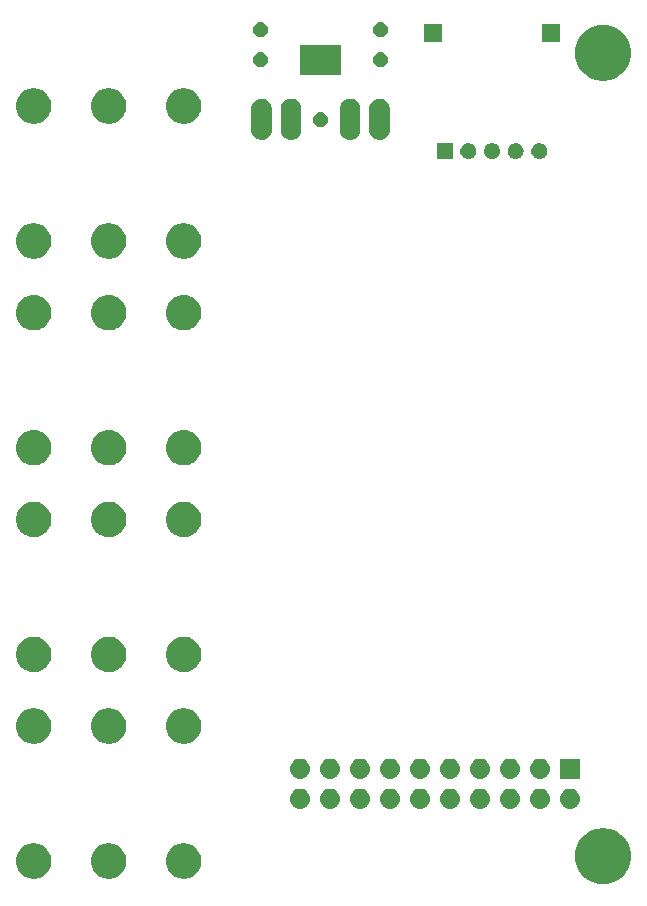
<source format=gbr>
G04 #@! TF.GenerationSoftware,KiCad,Pcbnew,5.0.2-5.fc29*
G04 #@! TF.CreationDate,2021-07-15T17:32:54+02:00*
G04 #@! TF.ProjectId,ZynAudioCon,5a796e41-7564-4696-9f43-6f6e2e6b6963,rev?*
G04 #@! TF.SameCoordinates,Original*
G04 #@! TF.FileFunction,Soldermask,Bot*
G04 #@! TF.FilePolarity,Negative*
%FSLAX46Y46*%
G04 Gerber Fmt 4.6, Leading zero omitted, Abs format (unit mm)*
G04 Created by KiCad (PCBNEW 5.0.2-5.fc29) date jue 15 jul 2021 17:32:54 CEST*
%MOMM*%
%LPD*%
G01*
G04 APERTURE LIST*
%ADD10C,0.100000*%
G04 APERTURE END LIST*
D10*
G36*
X109504959Y-117562577D02*
X109845470Y-117630309D01*
X110273143Y-117807457D01*
X110658038Y-118064636D01*
X110985364Y-118391962D01*
X111242543Y-118776857D01*
X111419691Y-119204530D01*
X111510000Y-119658545D01*
X111510000Y-120121455D01*
X111419691Y-120575470D01*
X111242543Y-121003143D01*
X110985364Y-121388038D01*
X110658038Y-121715364D01*
X110273143Y-121972543D01*
X109845470Y-122149691D01*
X109504959Y-122217423D01*
X109391456Y-122240000D01*
X108928544Y-122240000D01*
X108815041Y-122217423D01*
X108474530Y-122149691D01*
X108046857Y-121972543D01*
X107661962Y-121715364D01*
X107334636Y-121388038D01*
X107077457Y-121003143D01*
X106900309Y-120575470D01*
X106810000Y-120121455D01*
X106810000Y-119658545D01*
X106900309Y-119204530D01*
X107077457Y-118776857D01*
X107334636Y-118391962D01*
X107661962Y-118064636D01*
X108046857Y-117807457D01*
X108474530Y-117630309D01*
X108815041Y-117562577D01*
X108928544Y-117540000D01*
X109391456Y-117540000D01*
X109504959Y-117562577D01*
X109504959Y-117562577D01*
G37*
G36*
X74000935Y-118858429D02*
X74097534Y-118877644D01*
X74370517Y-118990717D01*
X74612920Y-119152687D01*
X74616197Y-119154876D01*
X74825124Y-119363803D01*
X74989284Y-119609485D01*
X75102356Y-119882467D01*
X75160000Y-120172261D01*
X75160000Y-120467739D01*
X75102356Y-120757533D01*
X74989284Y-121030515D01*
X74825124Y-121276197D01*
X74616197Y-121485124D01*
X74616194Y-121485126D01*
X74370517Y-121649283D01*
X74097534Y-121762356D01*
X74000935Y-121781571D01*
X73807739Y-121820000D01*
X73512261Y-121820000D01*
X73319065Y-121781571D01*
X73222466Y-121762356D01*
X72949483Y-121649283D01*
X72703806Y-121485126D01*
X72703803Y-121485124D01*
X72494876Y-121276197D01*
X72330716Y-121030515D01*
X72217644Y-120757533D01*
X72160000Y-120467739D01*
X72160000Y-120172261D01*
X72217644Y-119882467D01*
X72330716Y-119609485D01*
X72494876Y-119363803D01*
X72703803Y-119154876D01*
X72707080Y-119152687D01*
X72949483Y-118990717D01*
X73222466Y-118877644D01*
X73319065Y-118858429D01*
X73512261Y-118820000D01*
X73807739Y-118820000D01*
X74000935Y-118858429D01*
X74000935Y-118858429D01*
G37*
G36*
X61300935Y-118858429D02*
X61397534Y-118877644D01*
X61670517Y-118990717D01*
X61912920Y-119152687D01*
X61916197Y-119154876D01*
X62125124Y-119363803D01*
X62289284Y-119609485D01*
X62402356Y-119882467D01*
X62460000Y-120172261D01*
X62460000Y-120467739D01*
X62402356Y-120757533D01*
X62289284Y-121030515D01*
X62125124Y-121276197D01*
X61916197Y-121485124D01*
X61916194Y-121485126D01*
X61670517Y-121649283D01*
X61397534Y-121762356D01*
X61300935Y-121781571D01*
X61107739Y-121820000D01*
X60812261Y-121820000D01*
X60619065Y-121781571D01*
X60522466Y-121762356D01*
X60249483Y-121649283D01*
X60003806Y-121485126D01*
X60003803Y-121485124D01*
X59794876Y-121276197D01*
X59630716Y-121030515D01*
X59517644Y-120757533D01*
X59460000Y-120467739D01*
X59460000Y-120172261D01*
X59517644Y-119882467D01*
X59630716Y-119609485D01*
X59794876Y-119363803D01*
X60003803Y-119154876D01*
X60007080Y-119152687D01*
X60249483Y-118990717D01*
X60522466Y-118877644D01*
X60619065Y-118858429D01*
X60812261Y-118820000D01*
X61107739Y-118820000D01*
X61300935Y-118858429D01*
X61300935Y-118858429D01*
G37*
G36*
X67650935Y-118858429D02*
X67747534Y-118877644D01*
X68020517Y-118990717D01*
X68262920Y-119152687D01*
X68266197Y-119154876D01*
X68475124Y-119363803D01*
X68639284Y-119609485D01*
X68752356Y-119882467D01*
X68810000Y-120172261D01*
X68810000Y-120467739D01*
X68752356Y-120757533D01*
X68639284Y-121030515D01*
X68475124Y-121276197D01*
X68266197Y-121485124D01*
X68266194Y-121485126D01*
X68020517Y-121649283D01*
X67747534Y-121762356D01*
X67650935Y-121781571D01*
X67457739Y-121820000D01*
X67162261Y-121820000D01*
X66969065Y-121781571D01*
X66872466Y-121762356D01*
X66599483Y-121649283D01*
X66353806Y-121485126D01*
X66353803Y-121485124D01*
X66144876Y-121276197D01*
X65980716Y-121030515D01*
X65867644Y-120757533D01*
X65810000Y-120467739D01*
X65810000Y-120172261D01*
X65867644Y-119882467D01*
X65980716Y-119609485D01*
X66144876Y-119363803D01*
X66353803Y-119154876D01*
X66357080Y-119152687D01*
X66599483Y-118990717D01*
X66872466Y-118877644D01*
X66969065Y-118858429D01*
X67162261Y-118820000D01*
X67457739Y-118820000D01*
X67650935Y-118858429D01*
X67650935Y-118858429D01*
G37*
G36*
X96366630Y-114192299D02*
X96526855Y-114240903D01*
X96674520Y-114319831D01*
X96803949Y-114426051D01*
X96910169Y-114555480D01*
X96989097Y-114703145D01*
X97037701Y-114863370D01*
X97054112Y-115030000D01*
X97037701Y-115196630D01*
X96989097Y-115356855D01*
X96910169Y-115504520D01*
X96803949Y-115633949D01*
X96674520Y-115740169D01*
X96526855Y-115819097D01*
X96366630Y-115867701D01*
X96241752Y-115880000D01*
X96158248Y-115880000D01*
X96033370Y-115867701D01*
X95873145Y-115819097D01*
X95725480Y-115740169D01*
X95596051Y-115633949D01*
X95489831Y-115504520D01*
X95410903Y-115356855D01*
X95362299Y-115196630D01*
X95345888Y-115030000D01*
X95362299Y-114863370D01*
X95410903Y-114703145D01*
X95489831Y-114555480D01*
X95596051Y-114426051D01*
X95725480Y-114319831D01*
X95873145Y-114240903D01*
X96033370Y-114192299D01*
X96158248Y-114180000D01*
X96241752Y-114180000D01*
X96366630Y-114192299D01*
X96366630Y-114192299D01*
G37*
G36*
X106526630Y-114192299D02*
X106686855Y-114240903D01*
X106834520Y-114319831D01*
X106963949Y-114426051D01*
X107070169Y-114555480D01*
X107149097Y-114703145D01*
X107197701Y-114863370D01*
X107214112Y-115030000D01*
X107197701Y-115196630D01*
X107149097Y-115356855D01*
X107070169Y-115504520D01*
X106963949Y-115633949D01*
X106834520Y-115740169D01*
X106686855Y-115819097D01*
X106526630Y-115867701D01*
X106401752Y-115880000D01*
X106318248Y-115880000D01*
X106193370Y-115867701D01*
X106033145Y-115819097D01*
X105885480Y-115740169D01*
X105756051Y-115633949D01*
X105649831Y-115504520D01*
X105570903Y-115356855D01*
X105522299Y-115196630D01*
X105505888Y-115030000D01*
X105522299Y-114863370D01*
X105570903Y-114703145D01*
X105649831Y-114555480D01*
X105756051Y-114426051D01*
X105885480Y-114319831D01*
X106033145Y-114240903D01*
X106193370Y-114192299D01*
X106318248Y-114180000D01*
X106401752Y-114180000D01*
X106526630Y-114192299D01*
X106526630Y-114192299D01*
G37*
G36*
X83666630Y-114192299D02*
X83826855Y-114240903D01*
X83974520Y-114319831D01*
X84103949Y-114426051D01*
X84210169Y-114555480D01*
X84289097Y-114703145D01*
X84337701Y-114863370D01*
X84354112Y-115030000D01*
X84337701Y-115196630D01*
X84289097Y-115356855D01*
X84210169Y-115504520D01*
X84103949Y-115633949D01*
X83974520Y-115740169D01*
X83826855Y-115819097D01*
X83666630Y-115867701D01*
X83541752Y-115880000D01*
X83458248Y-115880000D01*
X83333370Y-115867701D01*
X83173145Y-115819097D01*
X83025480Y-115740169D01*
X82896051Y-115633949D01*
X82789831Y-115504520D01*
X82710903Y-115356855D01*
X82662299Y-115196630D01*
X82645888Y-115030000D01*
X82662299Y-114863370D01*
X82710903Y-114703145D01*
X82789831Y-114555480D01*
X82896051Y-114426051D01*
X83025480Y-114319831D01*
X83173145Y-114240903D01*
X83333370Y-114192299D01*
X83458248Y-114180000D01*
X83541752Y-114180000D01*
X83666630Y-114192299D01*
X83666630Y-114192299D01*
G37*
G36*
X101446630Y-114192299D02*
X101606855Y-114240903D01*
X101754520Y-114319831D01*
X101883949Y-114426051D01*
X101990169Y-114555480D01*
X102069097Y-114703145D01*
X102117701Y-114863370D01*
X102134112Y-115030000D01*
X102117701Y-115196630D01*
X102069097Y-115356855D01*
X101990169Y-115504520D01*
X101883949Y-115633949D01*
X101754520Y-115740169D01*
X101606855Y-115819097D01*
X101446630Y-115867701D01*
X101321752Y-115880000D01*
X101238248Y-115880000D01*
X101113370Y-115867701D01*
X100953145Y-115819097D01*
X100805480Y-115740169D01*
X100676051Y-115633949D01*
X100569831Y-115504520D01*
X100490903Y-115356855D01*
X100442299Y-115196630D01*
X100425888Y-115030000D01*
X100442299Y-114863370D01*
X100490903Y-114703145D01*
X100569831Y-114555480D01*
X100676051Y-114426051D01*
X100805480Y-114319831D01*
X100953145Y-114240903D01*
X101113370Y-114192299D01*
X101238248Y-114180000D01*
X101321752Y-114180000D01*
X101446630Y-114192299D01*
X101446630Y-114192299D01*
G37*
G36*
X103986630Y-114192299D02*
X104146855Y-114240903D01*
X104294520Y-114319831D01*
X104423949Y-114426051D01*
X104530169Y-114555480D01*
X104609097Y-114703145D01*
X104657701Y-114863370D01*
X104674112Y-115030000D01*
X104657701Y-115196630D01*
X104609097Y-115356855D01*
X104530169Y-115504520D01*
X104423949Y-115633949D01*
X104294520Y-115740169D01*
X104146855Y-115819097D01*
X103986630Y-115867701D01*
X103861752Y-115880000D01*
X103778248Y-115880000D01*
X103653370Y-115867701D01*
X103493145Y-115819097D01*
X103345480Y-115740169D01*
X103216051Y-115633949D01*
X103109831Y-115504520D01*
X103030903Y-115356855D01*
X102982299Y-115196630D01*
X102965888Y-115030000D01*
X102982299Y-114863370D01*
X103030903Y-114703145D01*
X103109831Y-114555480D01*
X103216051Y-114426051D01*
X103345480Y-114319831D01*
X103493145Y-114240903D01*
X103653370Y-114192299D01*
X103778248Y-114180000D01*
X103861752Y-114180000D01*
X103986630Y-114192299D01*
X103986630Y-114192299D01*
G37*
G36*
X98906630Y-114192299D02*
X99066855Y-114240903D01*
X99214520Y-114319831D01*
X99343949Y-114426051D01*
X99450169Y-114555480D01*
X99529097Y-114703145D01*
X99577701Y-114863370D01*
X99594112Y-115030000D01*
X99577701Y-115196630D01*
X99529097Y-115356855D01*
X99450169Y-115504520D01*
X99343949Y-115633949D01*
X99214520Y-115740169D01*
X99066855Y-115819097D01*
X98906630Y-115867701D01*
X98781752Y-115880000D01*
X98698248Y-115880000D01*
X98573370Y-115867701D01*
X98413145Y-115819097D01*
X98265480Y-115740169D01*
X98136051Y-115633949D01*
X98029831Y-115504520D01*
X97950903Y-115356855D01*
X97902299Y-115196630D01*
X97885888Y-115030000D01*
X97902299Y-114863370D01*
X97950903Y-114703145D01*
X98029831Y-114555480D01*
X98136051Y-114426051D01*
X98265480Y-114319831D01*
X98413145Y-114240903D01*
X98573370Y-114192299D01*
X98698248Y-114180000D01*
X98781752Y-114180000D01*
X98906630Y-114192299D01*
X98906630Y-114192299D01*
G37*
G36*
X93826630Y-114192299D02*
X93986855Y-114240903D01*
X94134520Y-114319831D01*
X94263949Y-114426051D01*
X94370169Y-114555480D01*
X94449097Y-114703145D01*
X94497701Y-114863370D01*
X94514112Y-115030000D01*
X94497701Y-115196630D01*
X94449097Y-115356855D01*
X94370169Y-115504520D01*
X94263949Y-115633949D01*
X94134520Y-115740169D01*
X93986855Y-115819097D01*
X93826630Y-115867701D01*
X93701752Y-115880000D01*
X93618248Y-115880000D01*
X93493370Y-115867701D01*
X93333145Y-115819097D01*
X93185480Y-115740169D01*
X93056051Y-115633949D01*
X92949831Y-115504520D01*
X92870903Y-115356855D01*
X92822299Y-115196630D01*
X92805888Y-115030000D01*
X92822299Y-114863370D01*
X92870903Y-114703145D01*
X92949831Y-114555480D01*
X93056051Y-114426051D01*
X93185480Y-114319831D01*
X93333145Y-114240903D01*
X93493370Y-114192299D01*
X93618248Y-114180000D01*
X93701752Y-114180000D01*
X93826630Y-114192299D01*
X93826630Y-114192299D01*
G37*
G36*
X86206630Y-114192299D02*
X86366855Y-114240903D01*
X86514520Y-114319831D01*
X86643949Y-114426051D01*
X86750169Y-114555480D01*
X86829097Y-114703145D01*
X86877701Y-114863370D01*
X86894112Y-115030000D01*
X86877701Y-115196630D01*
X86829097Y-115356855D01*
X86750169Y-115504520D01*
X86643949Y-115633949D01*
X86514520Y-115740169D01*
X86366855Y-115819097D01*
X86206630Y-115867701D01*
X86081752Y-115880000D01*
X85998248Y-115880000D01*
X85873370Y-115867701D01*
X85713145Y-115819097D01*
X85565480Y-115740169D01*
X85436051Y-115633949D01*
X85329831Y-115504520D01*
X85250903Y-115356855D01*
X85202299Y-115196630D01*
X85185888Y-115030000D01*
X85202299Y-114863370D01*
X85250903Y-114703145D01*
X85329831Y-114555480D01*
X85436051Y-114426051D01*
X85565480Y-114319831D01*
X85713145Y-114240903D01*
X85873370Y-114192299D01*
X85998248Y-114180000D01*
X86081752Y-114180000D01*
X86206630Y-114192299D01*
X86206630Y-114192299D01*
G37*
G36*
X91286630Y-114192299D02*
X91446855Y-114240903D01*
X91594520Y-114319831D01*
X91723949Y-114426051D01*
X91830169Y-114555480D01*
X91909097Y-114703145D01*
X91957701Y-114863370D01*
X91974112Y-115030000D01*
X91957701Y-115196630D01*
X91909097Y-115356855D01*
X91830169Y-115504520D01*
X91723949Y-115633949D01*
X91594520Y-115740169D01*
X91446855Y-115819097D01*
X91286630Y-115867701D01*
X91161752Y-115880000D01*
X91078248Y-115880000D01*
X90953370Y-115867701D01*
X90793145Y-115819097D01*
X90645480Y-115740169D01*
X90516051Y-115633949D01*
X90409831Y-115504520D01*
X90330903Y-115356855D01*
X90282299Y-115196630D01*
X90265888Y-115030000D01*
X90282299Y-114863370D01*
X90330903Y-114703145D01*
X90409831Y-114555480D01*
X90516051Y-114426051D01*
X90645480Y-114319831D01*
X90793145Y-114240903D01*
X90953370Y-114192299D01*
X91078248Y-114180000D01*
X91161752Y-114180000D01*
X91286630Y-114192299D01*
X91286630Y-114192299D01*
G37*
G36*
X88746630Y-114192299D02*
X88906855Y-114240903D01*
X89054520Y-114319831D01*
X89183949Y-114426051D01*
X89290169Y-114555480D01*
X89369097Y-114703145D01*
X89417701Y-114863370D01*
X89434112Y-115030000D01*
X89417701Y-115196630D01*
X89369097Y-115356855D01*
X89290169Y-115504520D01*
X89183949Y-115633949D01*
X89054520Y-115740169D01*
X88906855Y-115819097D01*
X88746630Y-115867701D01*
X88621752Y-115880000D01*
X88538248Y-115880000D01*
X88413370Y-115867701D01*
X88253145Y-115819097D01*
X88105480Y-115740169D01*
X87976051Y-115633949D01*
X87869831Y-115504520D01*
X87790903Y-115356855D01*
X87742299Y-115196630D01*
X87725888Y-115030000D01*
X87742299Y-114863370D01*
X87790903Y-114703145D01*
X87869831Y-114555480D01*
X87976051Y-114426051D01*
X88105480Y-114319831D01*
X88253145Y-114240903D01*
X88413370Y-114192299D01*
X88538248Y-114180000D01*
X88621752Y-114180000D01*
X88746630Y-114192299D01*
X88746630Y-114192299D01*
G37*
G36*
X98906630Y-111652299D02*
X99066855Y-111700903D01*
X99214520Y-111779831D01*
X99343949Y-111886051D01*
X99450169Y-112015480D01*
X99529097Y-112163145D01*
X99577701Y-112323370D01*
X99594112Y-112490000D01*
X99577701Y-112656630D01*
X99529097Y-112816855D01*
X99450169Y-112964520D01*
X99343949Y-113093949D01*
X99214520Y-113200169D01*
X99066855Y-113279097D01*
X98906630Y-113327701D01*
X98781752Y-113340000D01*
X98698248Y-113340000D01*
X98573370Y-113327701D01*
X98413145Y-113279097D01*
X98265480Y-113200169D01*
X98136051Y-113093949D01*
X98029831Y-112964520D01*
X97950903Y-112816855D01*
X97902299Y-112656630D01*
X97885888Y-112490000D01*
X97902299Y-112323370D01*
X97950903Y-112163145D01*
X98029831Y-112015480D01*
X98136051Y-111886051D01*
X98265480Y-111779831D01*
X98413145Y-111700903D01*
X98573370Y-111652299D01*
X98698248Y-111640000D01*
X98781752Y-111640000D01*
X98906630Y-111652299D01*
X98906630Y-111652299D01*
G37*
G36*
X91286630Y-111652299D02*
X91446855Y-111700903D01*
X91594520Y-111779831D01*
X91723949Y-111886051D01*
X91830169Y-112015480D01*
X91909097Y-112163145D01*
X91957701Y-112323370D01*
X91974112Y-112490000D01*
X91957701Y-112656630D01*
X91909097Y-112816855D01*
X91830169Y-112964520D01*
X91723949Y-113093949D01*
X91594520Y-113200169D01*
X91446855Y-113279097D01*
X91286630Y-113327701D01*
X91161752Y-113340000D01*
X91078248Y-113340000D01*
X90953370Y-113327701D01*
X90793145Y-113279097D01*
X90645480Y-113200169D01*
X90516051Y-113093949D01*
X90409831Y-112964520D01*
X90330903Y-112816855D01*
X90282299Y-112656630D01*
X90265888Y-112490000D01*
X90282299Y-112323370D01*
X90330903Y-112163145D01*
X90409831Y-112015480D01*
X90516051Y-111886051D01*
X90645480Y-111779831D01*
X90793145Y-111700903D01*
X90953370Y-111652299D01*
X91078248Y-111640000D01*
X91161752Y-111640000D01*
X91286630Y-111652299D01*
X91286630Y-111652299D01*
G37*
G36*
X88746630Y-111652299D02*
X88906855Y-111700903D01*
X89054520Y-111779831D01*
X89183949Y-111886051D01*
X89290169Y-112015480D01*
X89369097Y-112163145D01*
X89417701Y-112323370D01*
X89434112Y-112490000D01*
X89417701Y-112656630D01*
X89369097Y-112816855D01*
X89290169Y-112964520D01*
X89183949Y-113093949D01*
X89054520Y-113200169D01*
X88906855Y-113279097D01*
X88746630Y-113327701D01*
X88621752Y-113340000D01*
X88538248Y-113340000D01*
X88413370Y-113327701D01*
X88253145Y-113279097D01*
X88105480Y-113200169D01*
X87976051Y-113093949D01*
X87869831Y-112964520D01*
X87790903Y-112816855D01*
X87742299Y-112656630D01*
X87725888Y-112490000D01*
X87742299Y-112323370D01*
X87790903Y-112163145D01*
X87869831Y-112015480D01*
X87976051Y-111886051D01*
X88105480Y-111779831D01*
X88253145Y-111700903D01*
X88413370Y-111652299D01*
X88538248Y-111640000D01*
X88621752Y-111640000D01*
X88746630Y-111652299D01*
X88746630Y-111652299D01*
G37*
G36*
X93826630Y-111652299D02*
X93986855Y-111700903D01*
X94134520Y-111779831D01*
X94263949Y-111886051D01*
X94370169Y-112015480D01*
X94449097Y-112163145D01*
X94497701Y-112323370D01*
X94514112Y-112490000D01*
X94497701Y-112656630D01*
X94449097Y-112816855D01*
X94370169Y-112964520D01*
X94263949Y-113093949D01*
X94134520Y-113200169D01*
X93986855Y-113279097D01*
X93826630Y-113327701D01*
X93701752Y-113340000D01*
X93618248Y-113340000D01*
X93493370Y-113327701D01*
X93333145Y-113279097D01*
X93185480Y-113200169D01*
X93056051Y-113093949D01*
X92949831Y-112964520D01*
X92870903Y-112816855D01*
X92822299Y-112656630D01*
X92805888Y-112490000D01*
X92822299Y-112323370D01*
X92870903Y-112163145D01*
X92949831Y-112015480D01*
X93056051Y-111886051D01*
X93185480Y-111779831D01*
X93333145Y-111700903D01*
X93493370Y-111652299D01*
X93618248Y-111640000D01*
X93701752Y-111640000D01*
X93826630Y-111652299D01*
X93826630Y-111652299D01*
G37*
G36*
X83666630Y-111652299D02*
X83826855Y-111700903D01*
X83974520Y-111779831D01*
X84103949Y-111886051D01*
X84210169Y-112015480D01*
X84289097Y-112163145D01*
X84337701Y-112323370D01*
X84354112Y-112490000D01*
X84337701Y-112656630D01*
X84289097Y-112816855D01*
X84210169Y-112964520D01*
X84103949Y-113093949D01*
X83974520Y-113200169D01*
X83826855Y-113279097D01*
X83666630Y-113327701D01*
X83541752Y-113340000D01*
X83458248Y-113340000D01*
X83333370Y-113327701D01*
X83173145Y-113279097D01*
X83025480Y-113200169D01*
X82896051Y-113093949D01*
X82789831Y-112964520D01*
X82710903Y-112816855D01*
X82662299Y-112656630D01*
X82645888Y-112490000D01*
X82662299Y-112323370D01*
X82710903Y-112163145D01*
X82789831Y-112015480D01*
X82896051Y-111886051D01*
X83025480Y-111779831D01*
X83173145Y-111700903D01*
X83333370Y-111652299D01*
X83458248Y-111640000D01*
X83541752Y-111640000D01*
X83666630Y-111652299D01*
X83666630Y-111652299D01*
G37*
G36*
X107210000Y-113340000D02*
X105510000Y-113340000D01*
X105510000Y-111640000D01*
X107210000Y-111640000D01*
X107210000Y-113340000D01*
X107210000Y-113340000D01*
G37*
G36*
X96366630Y-111652299D02*
X96526855Y-111700903D01*
X96674520Y-111779831D01*
X96803949Y-111886051D01*
X96910169Y-112015480D01*
X96989097Y-112163145D01*
X97037701Y-112323370D01*
X97054112Y-112490000D01*
X97037701Y-112656630D01*
X96989097Y-112816855D01*
X96910169Y-112964520D01*
X96803949Y-113093949D01*
X96674520Y-113200169D01*
X96526855Y-113279097D01*
X96366630Y-113327701D01*
X96241752Y-113340000D01*
X96158248Y-113340000D01*
X96033370Y-113327701D01*
X95873145Y-113279097D01*
X95725480Y-113200169D01*
X95596051Y-113093949D01*
X95489831Y-112964520D01*
X95410903Y-112816855D01*
X95362299Y-112656630D01*
X95345888Y-112490000D01*
X95362299Y-112323370D01*
X95410903Y-112163145D01*
X95489831Y-112015480D01*
X95596051Y-111886051D01*
X95725480Y-111779831D01*
X95873145Y-111700903D01*
X96033370Y-111652299D01*
X96158248Y-111640000D01*
X96241752Y-111640000D01*
X96366630Y-111652299D01*
X96366630Y-111652299D01*
G37*
G36*
X103986630Y-111652299D02*
X104146855Y-111700903D01*
X104294520Y-111779831D01*
X104423949Y-111886051D01*
X104530169Y-112015480D01*
X104609097Y-112163145D01*
X104657701Y-112323370D01*
X104674112Y-112490000D01*
X104657701Y-112656630D01*
X104609097Y-112816855D01*
X104530169Y-112964520D01*
X104423949Y-113093949D01*
X104294520Y-113200169D01*
X104146855Y-113279097D01*
X103986630Y-113327701D01*
X103861752Y-113340000D01*
X103778248Y-113340000D01*
X103653370Y-113327701D01*
X103493145Y-113279097D01*
X103345480Y-113200169D01*
X103216051Y-113093949D01*
X103109831Y-112964520D01*
X103030903Y-112816855D01*
X102982299Y-112656630D01*
X102965888Y-112490000D01*
X102982299Y-112323370D01*
X103030903Y-112163145D01*
X103109831Y-112015480D01*
X103216051Y-111886051D01*
X103345480Y-111779831D01*
X103493145Y-111700903D01*
X103653370Y-111652299D01*
X103778248Y-111640000D01*
X103861752Y-111640000D01*
X103986630Y-111652299D01*
X103986630Y-111652299D01*
G37*
G36*
X86206630Y-111652299D02*
X86366855Y-111700903D01*
X86514520Y-111779831D01*
X86643949Y-111886051D01*
X86750169Y-112015480D01*
X86829097Y-112163145D01*
X86877701Y-112323370D01*
X86894112Y-112490000D01*
X86877701Y-112656630D01*
X86829097Y-112816855D01*
X86750169Y-112964520D01*
X86643949Y-113093949D01*
X86514520Y-113200169D01*
X86366855Y-113279097D01*
X86206630Y-113327701D01*
X86081752Y-113340000D01*
X85998248Y-113340000D01*
X85873370Y-113327701D01*
X85713145Y-113279097D01*
X85565480Y-113200169D01*
X85436051Y-113093949D01*
X85329831Y-112964520D01*
X85250903Y-112816855D01*
X85202299Y-112656630D01*
X85185888Y-112490000D01*
X85202299Y-112323370D01*
X85250903Y-112163145D01*
X85329831Y-112015480D01*
X85436051Y-111886051D01*
X85565480Y-111779831D01*
X85713145Y-111700903D01*
X85873370Y-111652299D01*
X85998248Y-111640000D01*
X86081752Y-111640000D01*
X86206630Y-111652299D01*
X86206630Y-111652299D01*
G37*
G36*
X101446630Y-111652299D02*
X101606855Y-111700903D01*
X101754520Y-111779831D01*
X101883949Y-111886051D01*
X101990169Y-112015480D01*
X102069097Y-112163145D01*
X102117701Y-112323370D01*
X102134112Y-112490000D01*
X102117701Y-112656630D01*
X102069097Y-112816855D01*
X101990169Y-112964520D01*
X101883949Y-113093949D01*
X101754520Y-113200169D01*
X101606855Y-113279097D01*
X101446630Y-113327701D01*
X101321752Y-113340000D01*
X101238248Y-113340000D01*
X101113370Y-113327701D01*
X100953145Y-113279097D01*
X100805480Y-113200169D01*
X100676051Y-113093949D01*
X100569831Y-112964520D01*
X100490903Y-112816855D01*
X100442299Y-112656630D01*
X100425888Y-112490000D01*
X100442299Y-112323370D01*
X100490903Y-112163145D01*
X100569831Y-112015480D01*
X100676051Y-111886051D01*
X100805480Y-111779831D01*
X100953145Y-111700903D01*
X101113370Y-111652299D01*
X101238248Y-111640000D01*
X101321752Y-111640000D01*
X101446630Y-111652299D01*
X101446630Y-111652299D01*
G37*
G36*
X74000935Y-107428429D02*
X74097534Y-107447644D01*
X74370517Y-107560717D01*
X74612920Y-107722687D01*
X74616197Y-107724876D01*
X74825124Y-107933803D01*
X74989284Y-108179485D01*
X75102356Y-108452467D01*
X75160000Y-108742261D01*
X75160000Y-109037739D01*
X75102356Y-109327533D01*
X74989284Y-109600515D01*
X74825124Y-109846197D01*
X74616197Y-110055124D01*
X74616194Y-110055126D01*
X74370517Y-110219283D01*
X74097534Y-110332356D01*
X74000935Y-110351571D01*
X73807739Y-110390000D01*
X73512261Y-110390000D01*
X73319065Y-110351571D01*
X73222466Y-110332356D01*
X72949483Y-110219283D01*
X72703806Y-110055126D01*
X72703803Y-110055124D01*
X72494876Y-109846197D01*
X72330716Y-109600515D01*
X72217644Y-109327533D01*
X72160000Y-109037739D01*
X72160000Y-108742261D01*
X72217644Y-108452467D01*
X72330716Y-108179485D01*
X72494876Y-107933803D01*
X72703803Y-107724876D01*
X72707080Y-107722687D01*
X72949483Y-107560717D01*
X73222466Y-107447644D01*
X73319065Y-107428429D01*
X73512261Y-107390000D01*
X73807739Y-107390000D01*
X74000935Y-107428429D01*
X74000935Y-107428429D01*
G37*
G36*
X67650935Y-107428429D02*
X67747534Y-107447644D01*
X68020517Y-107560717D01*
X68262920Y-107722687D01*
X68266197Y-107724876D01*
X68475124Y-107933803D01*
X68639284Y-108179485D01*
X68752356Y-108452467D01*
X68810000Y-108742261D01*
X68810000Y-109037739D01*
X68752356Y-109327533D01*
X68639284Y-109600515D01*
X68475124Y-109846197D01*
X68266197Y-110055124D01*
X68266194Y-110055126D01*
X68020517Y-110219283D01*
X67747534Y-110332356D01*
X67650935Y-110351571D01*
X67457739Y-110390000D01*
X67162261Y-110390000D01*
X66969065Y-110351571D01*
X66872466Y-110332356D01*
X66599483Y-110219283D01*
X66353806Y-110055126D01*
X66353803Y-110055124D01*
X66144876Y-109846197D01*
X65980716Y-109600515D01*
X65867644Y-109327533D01*
X65810000Y-109037739D01*
X65810000Y-108742261D01*
X65867644Y-108452467D01*
X65980716Y-108179485D01*
X66144876Y-107933803D01*
X66353803Y-107724876D01*
X66357080Y-107722687D01*
X66599483Y-107560717D01*
X66872466Y-107447644D01*
X66969065Y-107428429D01*
X67162261Y-107390000D01*
X67457739Y-107390000D01*
X67650935Y-107428429D01*
X67650935Y-107428429D01*
G37*
G36*
X61300935Y-107428429D02*
X61397534Y-107447644D01*
X61670517Y-107560717D01*
X61912920Y-107722687D01*
X61916197Y-107724876D01*
X62125124Y-107933803D01*
X62289284Y-108179485D01*
X62402356Y-108452467D01*
X62460000Y-108742261D01*
X62460000Y-109037739D01*
X62402356Y-109327533D01*
X62289284Y-109600515D01*
X62125124Y-109846197D01*
X61916197Y-110055124D01*
X61916194Y-110055126D01*
X61670517Y-110219283D01*
X61397534Y-110332356D01*
X61300935Y-110351571D01*
X61107739Y-110390000D01*
X60812261Y-110390000D01*
X60619065Y-110351571D01*
X60522466Y-110332356D01*
X60249483Y-110219283D01*
X60003806Y-110055126D01*
X60003803Y-110055124D01*
X59794876Y-109846197D01*
X59630716Y-109600515D01*
X59517644Y-109327533D01*
X59460000Y-109037739D01*
X59460000Y-108742261D01*
X59517644Y-108452467D01*
X59630716Y-108179485D01*
X59794876Y-107933803D01*
X60003803Y-107724876D01*
X60007080Y-107722687D01*
X60249483Y-107560717D01*
X60522466Y-107447644D01*
X60619065Y-107428429D01*
X60812261Y-107390000D01*
X61107739Y-107390000D01*
X61300935Y-107428429D01*
X61300935Y-107428429D01*
G37*
G36*
X74000935Y-101358429D02*
X74097534Y-101377644D01*
X74370517Y-101490717D01*
X74612920Y-101652687D01*
X74616197Y-101654876D01*
X74825124Y-101863803D01*
X74989284Y-102109485D01*
X75102356Y-102382467D01*
X75160000Y-102672261D01*
X75160000Y-102967739D01*
X75102356Y-103257533D01*
X74989284Y-103530515D01*
X74825124Y-103776197D01*
X74616197Y-103985124D01*
X74616194Y-103985126D01*
X74370517Y-104149283D01*
X74097534Y-104262356D01*
X74000935Y-104281571D01*
X73807739Y-104320000D01*
X73512261Y-104320000D01*
X73319065Y-104281571D01*
X73222466Y-104262356D01*
X72949483Y-104149283D01*
X72703806Y-103985126D01*
X72703803Y-103985124D01*
X72494876Y-103776197D01*
X72330716Y-103530515D01*
X72217644Y-103257533D01*
X72160000Y-102967739D01*
X72160000Y-102672261D01*
X72217644Y-102382467D01*
X72330716Y-102109485D01*
X72494876Y-101863803D01*
X72703803Y-101654876D01*
X72707080Y-101652687D01*
X72949483Y-101490717D01*
X73222466Y-101377644D01*
X73319065Y-101358429D01*
X73512261Y-101320000D01*
X73807739Y-101320000D01*
X74000935Y-101358429D01*
X74000935Y-101358429D01*
G37*
G36*
X67650935Y-101358429D02*
X67747534Y-101377644D01*
X68020517Y-101490717D01*
X68262920Y-101652687D01*
X68266197Y-101654876D01*
X68475124Y-101863803D01*
X68639284Y-102109485D01*
X68752356Y-102382467D01*
X68810000Y-102672261D01*
X68810000Y-102967739D01*
X68752356Y-103257533D01*
X68639284Y-103530515D01*
X68475124Y-103776197D01*
X68266197Y-103985124D01*
X68266194Y-103985126D01*
X68020517Y-104149283D01*
X67747534Y-104262356D01*
X67650935Y-104281571D01*
X67457739Y-104320000D01*
X67162261Y-104320000D01*
X66969065Y-104281571D01*
X66872466Y-104262356D01*
X66599483Y-104149283D01*
X66353806Y-103985126D01*
X66353803Y-103985124D01*
X66144876Y-103776197D01*
X65980716Y-103530515D01*
X65867644Y-103257533D01*
X65810000Y-102967739D01*
X65810000Y-102672261D01*
X65867644Y-102382467D01*
X65980716Y-102109485D01*
X66144876Y-101863803D01*
X66353803Y-101654876D01*
X66357080Y-101652687D01*
X66599483Y-101490717D01*
X66872466Y-101377644D01*
X66969065Y-101358429D01*
X67162261Y-101320000D01*
X67457739Y-101320000D01*
X67650935Y-101358429D01*
X67650935Y-101358429D01*
G37*
G36*
X61300935Y-101358429D02*
X61397534Y-101377644D01*
X61670517Y-101490717D01*
X61912920Y-101652687D01*
X61916197Y-101654876D01*
X62125124Y-101863803D01*
X62289284Y-102109485D01*
X62402356Y-102382467D01*
X62460000Y-102672261D01*
X62460000Y-102967739D01*
X62402356Y-103257533D01*
X62289284Y-103530515D01*
X62125124Y-103776197D01*
X61916197Y-103985124D01*
X61916194Y-103985126D01*
X61670517Y-104149283D01*
X61397534Y-104262356D01*
X61300935Y-104281571D01*
X61107739Y-104320000D01*
X60812261Y-104320000D01*
X60619065Y-104281571D01*
X60522466Y-104262356D01*
X60249483Y-104149283D01*
X60003806Y-103985126D01*
X60003803Y-103985124D01*
X59794876Y-103776197D01*
X59630716Y-103530515D01*
X59517644Y-103257533D01*
X59460000Y-102967739D01*
X59460000Y-102672261D01*
X59517644Y-102382467D01*
X59630716Y-102109485D01*
X59794876Y-101863803D01*
X60003803Y-101654876D01*
X60007080Y-101652687D01*
X60249483Y-101490717D01*
X60522466Y-101377644D01*
X60619065Y-101358429D01*
X60812261Y-101320000D01*
X61107739Y-101320000D01*
X61300935Y-101358429D01*
X61300935Y-101358429D01*
G37*
G36*
X61300935Y-89928429D02*
X61397534Y-89947644D01*
X61670517Y-90060717D01*
X61912920Y-90222687D01*
X61916197Y-90224876D01*
X62125124Y-90433803D01*
X62289284Y-90679485D01*
X62402356Y-90952467D01*
X62460000Y-91242261D01*
X62460000Y-91537739D01*
X62402356Y-91827533D01*
X62289284Y-92100515D01*
X62125124Y-92346197D01*
X61916197Y-92555124D01*
X61916194Y-92555126D01*
X61670517Y-92719283D01*
X61397534Y-92832356D01*
X61300935Y-92851571D01*
X61107739Y-92890000D01*
X60812261Y-92890000D01*
X60619065Y-92851571D01*
X60522466Y-92832356D01*
X60249483Y-92719283D01*
X60003806Y-92555126D01*
X60003803Y-92555124D01*
X59794876Y-92346197D01*
X59630716Y-92100515D01*
X59517644Y-91827533D01*
X59460000Y-91537739D01*
X59460000Y-91242261D01*
X59517644Y-90952467D01*
X59630716Y-90679485D01*
X59794876Y-90433803D01*
X60003803Y-90224876D01*
X60007080Y-90222687D01*
X60249483Y-90060717D01*
X60522466Y-89947644D01*
X60619065Y-89928429D01*
X60812261Y-89890000D01*
X61107739Y-89890000D01*
X61300935Y-89928429D01*
X61300935Y-89928429D01*
G37*
G36*
X67650935Y-89928429D02*
X67747534Y-89947644D01*
X68020517Y-90060717D01*
X68262920Y-90222687D01*
X68266197Y-90224876D01*
X68475124Y-90433803D01*
X68639284Y-90679485D01*
X68752356Y-90952467D01*
X68810000Y-91242261D01*
X68810000Y-91537739D01*
X68752356Y-91827533D01*
X68639284Y-92100515D01*
X68475124Y-92346197D01*
X68266197Y-92555124D01*
X68266194Y-92555126D01*
X68020517Y-92719283D01*
X67747534Y-92832356D01*
X67650935Y-92851571D01*
X67457739Y-92890000D01*
X67162261Y-92890000D01*
X66969065Y-92851571D01*
X66872466Y-92832356D01*
X66599483Y-92719283D01*
X66353806Y-92555126D01*
X66353803Y-92555124D01*
X66144876Y-92346197D01*
X65980716Y-92100515D01*
X65867644Y-91827533D01*
X65810000Y-91537739D01*
X65810000Y-91242261D01*
X65867644Y-90952467D01*
X65980716Y-90679485D01*
X66144876Y-90433803D01*
X66353803Y-90224876D01*
X66357080Y-90222687D01*
X66599483Y-90060717D01*
X66872466Y-89947644D01*
X66969065Y-89928429D01*
X67162261Y-89890000D01*
X67457739Y-89890000D01*
X67650935Y-89928429D01*
X67650935Y-89928429D01*
G37*
G36*
X74000935Y-89928429D02*
X74097534Y-89947644D01*
X74370517Y-90060717D01*
X74612920Y-90222687D01*
X74616197Y-90224876D01*
X74825124Y-90433803D01*
X74989284Y-90679485D01*
X75102356Y-90952467D01*
X75160000Y-91242261D01*
X75160000Y-91537739D01*
X75102356Y-91827533D01*
X74989284Y-92100515D01*
X74825124Y-92346197D01*
X74616197Y-92555124D01*
X74616194Y-92555126D01*
X74370517Y-92719283D01*
X74097534Y-92832356D01*
X74000935Y-92851571D01*
X73807739Y-92890000D01*
X73512261Y-92890000D01*
X73319065Y-92851571D01*
X73222466Y-92832356D01*
X72949483Y-92719283D01*
X72703806Y-92555126D01*
X72703803Y-92555124D01*
X72494876Y-92346197D01*
X72330716Y-92100515D01*
X72217644Y-91827533D01*
X72160000Y-91537739D01*
X72160000Y-91242261D01*
X72217644Y-90952467D01*
X72330716Y-90679485D01*
X72494876Y-90433803D01*
X72703803Y-90224876D01*
X72707080Y-90222687D01*
X72949483Y-90060717D01*
X73222466Y-89947644D01*
X73319065Y-89928429D01*
X73512261Y-89890000D01*
X73807739Y-89890000D01*
X74000935Y-89928429D01*
X74000935Y-89928429D01*
G37*
G36*
X74000935Y-83858429D02*
X74097534Y-83877644D01*
X74370517Y-83990717D01*
X74612920Y-84152687D01*
X74616197Y-84154876D01*
X74825124Y-84363803D01*
X74989284Y-84609485D01*
X75102356Y-84882467D01*
X75160000Y-85172261D01*
X75160000Y-85467739D01*
X75102356Y-85757533D01*
X74989284Y-86030515D01*
X74825124Y-86276197D01*
X74616197Y-86485124D01*
X74616194Y-86485126D01*
X74370517Y-86649283D01*
X74097534Y-86762356D01*
X74000935Y-86781571D01*
X73807739Y-86820000D01*
X73512261Y-86820000D01*
X73319065Y-86781571D01*
X73222466Y-86762356D01*
X72949483Y-86649283D01*
X72703806Y-86485126D01*
X72703803Y-86485124D01*
X72494876Y-86276197D01*
X72330716Y-86030515D01*
X72217644Y-85757533D01*
X72160000Y-85467739D01*
X72160000Y-85172261D01*
X72217644Y-84882467D01*
X72330716Y-84609485D01*
X72494876Y-84363803D01*
X72703803Y-84154876D01*
X72707080Y-84152687D01*
X72949483Y-83990717D01*
X73222466Y-83877644D01*
X73319065Y-83858429D01*
X73512261Y-83820000D01*
X73807739Y-83820000D01*
X74000935Y-83858429D01*
X74000935Y-83858429D01*
G37*
G36*
X67650935Y-83858429D02*
X67747534Y-83877644D01*
X68020517Y-83990717D01*
X68262920Y-84152687D01*
X68266197Y-84154876D01*
X68475124Y-84363803D01*
X68639284Y-84609485D01*
X68752356Y-84882467D01*
X68810000Y-85172261D01*
X68810000Y-85467739D01*
X68752356Y-85757533D01*
X68639284Y-86030515D01*
X68475124Y-86276197D01*
X68266197Y-86485124D01*
X68266194Y-86485126D01*
X68020517Y-86649283D01*
X67747534Y-86762356D01*
X67650935Y-86781571D01*
X67457739Y-86820000D01*
X67162261Y-86820000D01*
X66969065Y-86781571D01*
X66872466Y-86762356D01*
X66599483Y-86649283D01*
X66353806Y-86485126D01*
X66353803Y-86485124D01*
X66144876Y-86276197D01*
X65980716Y-86030515D01*
X65867644Y-85757533D01*
X65810000Y-85467739D01*
X65810000Y-85172261D01*
X65867644Y-84882467D01*
X65980716Y-84609485D01*
X66144876Y-84363803D01*
X66353803Y-84154876D01*
X66357080Y-84152687D01*
X66599483Y-83990717D01*
X66872466Y-83877644D01*
X66969065Y-83858429D01*
X67162261Y-83820000D01*
X67457739Y-83820000D01*
X67650935Y-83858429D01*
X67650935Y-83858429D01*
G37*
G36*
X61300935Y-83858429D02*
X61397534Y-83877644D01*
X61670517Y-83990717D01*
X61912920Y-84152687D01*
X61916197Y-84154876D01*
X62125124Y-84363803D01*
X62289284Y-84609485D01*
X62402356Y-84882467D01*
X62460000Y-85172261D01*
X62460000Y-85467739D01*
X62402356Y-85757533D01*
X62289284Y-86030515D01*
X62125124Y-86276197D01*
X61916197Y-86485124D01*
X61916194Y-86485126D01*
X61670517Y-86649283D01*
X61397534Y-86762356D01*
X61300935Y-86781571D01*
X61107739Y-86820000D01*
X60812261Y-86820000D01*
X60619065Y-86781571D01*
X60522466Y-86762356D01*
X60249483Y-86649283D01*
X60003806Y-86485126D01*
X60003803Y-86485124D01*
X59794876Y-86276197D01*
X59630716Y-86030515D01*
X59517644Y-85757533D01*
X59460000Y-85467739D01*
X59460000Y-85172261D01*
X59517644Y-84882467D01*
X59630716Y-84609485D01*
X59794876Y-84363803D01*
X60003803Y-84154876D01*
X60007080Y-84152687D01*
X60249483Y-83990717D01*
X60522466Y-83877644D01*
X60619065Y-83858429D01*
X60812261Y-83820000D01*
X61107739Y-83820000D01*
X61300935Y-83858429D01*
X61300935Y-83858429D01*
G37*
G36*
X74000935Y-72428429D02*
X74097534Y-72447644D01*
X74370517Y-72560717D01*
X74612920Y-72722687D01*
X74616197Y-72724876D01*
X74825124Y-72933803D01*
X74989284Y-73179485D01*
X75102356Y-73452467D01*
X75160000Y-73742261D01*
X75160000Y-74037739D01*
X75102356Y-74327533D01*
X74989284Y-74600515D01*
X74825124Y-74846197D01*
X74616197Y-75055124D01*
X74616194Y-75055126D01*
X74370517Y-75219283D01*
X74097534Y-75332356D01*
X74000935Y-75351571D01*
X73807739Y-75390000D01*
X73512261Y-75390000D01*
X73319065Y-75351571D01*
X73222466Y-75332356D01*
X72949483Y-75219283D01*
X72703806Y-75055126D01*
X72703803Y-75055124D01*
X72494876Y-74846197D01*
X72330716Y-74600515D01*
X72217644Y-74327533D01*
X72160000Y-74037739D01*
X72160000Y-73742261D01*
X72217644Y-73452467D01*
X72330716Y-73179485D01*
X72494876Y-72933803D01*
X72703803Y-72724876D01*
X72707080Y-72722687D01*
X72949483Y-72560717D01*
X73222466Y-72447644D01*
X73319065Y-72428429D01*
X73512261Y-72390000D01*
X73807739Y-72390000D01*
X74000935Y-72428429D01*
X74000935Y-72428429D01*
G37*
G36*
X61300935Y-72428429D02*
X61397534Y-72447644D01*
X61670517Y-72560717D01*
X61912920Y-72722687D01*
X61916197Y-72724876D01*
X62125124Y-72933803D01*
X62289284Y-73179485D01*
X62402356Y-73452467D01*
X62460000Y-73742261D01*
X62460000Y-74037739D01*
X62402356Y-74327533D01*
X62289284Y-74600515D01*
X62125124Y-74846197D01*
X61916197Y-75055124D01*
X61916194Y-75055126D01*
X61670517Y-75219283D01*
X61397534Y-75332356D01*
X61300935Y-75351571D01*
X61107739Y-75390000D01*
X60812261Y-75390000D01*
X60619065Y-75351571D01*
X60522466Y-75332356D01*
X60249483Y-75219283D01*
X60003806Y-75055126D01*
X60003803Y-75055124D01*
X59794876Y-74846197D01*
X59630716Y-74600515D01*
X59517644Y-74327533D01*
X59460000Y-74037739D01*
X59460000Y-73742261D01*
X59517644Y-73452467D01*
X59630716Y-73179485D01*
X59794876Y-72933803D01*
X60003803Y-72724876D01*
X60007080Y-72722687D01*
X60249483Y-72560717D01*
X60522466Y-72447644D01*
X60619065Y-72428429D01*
X60812261Y-72390000D01*
X61107739Y-72390000D01*
X61300935Y-72428429D01*
X61300935Y-72428429D01*
G37*
G36*
X67650935Y-72428429D02*
X67747534Y-72447644D01*
X68020517Y-72560717D01*
X68262920Y-72722687D01*
X68266197Y-72724876D01*
X68475124Y-72933803D01*
X68639284Y-73179485D01*
X68752356Y-73452467D01*
X68810000Y-73742261D01*
X68810000Y-74037739D01*
X68752356Y-74327533D01*
X68639284Y-74600515D01*
X68475124Y-74846197D01*
X68266197Y-75055124D01*
X68266194Y-75055126D01*
X68020517Y-75219283D01*
X67747534Y-75332356D01*
X67650935Y-75351571D01*
X67457739Y-75390000D01*
X67162261Y-75390000D01*
X66969065Y-75351571D01*
X66872466Y-75332356D01*
X66599483Y-75219283D01*
X66353806Y-75055126D01*
X66353803Y-75055124D01*
X66144876Y-74846197D01*
X65980716Y-74600515D01*
X65867644Y-74327533D01*
X65810000Y-74037739D01*
X65810000Y-73742261D01*
X65867644Y-73452467D01*
X65980716Y-73179485D01*
X66144876Y-72933803D01*
X66353803Y-72724876D01*
X66357080Y-72722687D01*
X66599483Y-72560717D01*
X66872466Y-72447644D01*
X66969065Y-72428429D01*
X67162261Y-72390000D01*
X67457739Y-72390000D01*
X67650935Y-72428429D01*
X67650935Y-72428429D01*
G37*
G36*
X74000935Y-66358429D02*
X74097534Y-66377644D01*
X74370517Y-66490717D01*
X74612920Y-66652687D01*
X74616197Y-66654876D01*
X74825124Y-66863803D01*
X74989284Y-67109485D01*
X75102356Y-67382467D01*
X75160000Y-67672261D01*
X75160000Y-67967739D01*
X75102356Y-68257533D01*
X74989284Y-68530515D01*
X74825124Y-68776197D01*
X74616197Y-68985124D01*
X74616194Y-68985126D01*
X74370517Y-69149283D01*
X74097534Y-69262356D01*
X74000935Y-69281571D01*
X73807739Y-69320000D01*
X73512261Y-69320000D01*
X73319065Y-69281571D01*
X73222466Y-69262356D01*
X72949483Y-69149283D01*
X72703806Y-68985126D01*
X72703803Y-68985124D01*
X72494876Y-68776197D01*
X72330716Y-68530515D01*
X72217644Y-68257533D01*
X72160000Y-67967739D01*
X72160000Y-67672261D01*
X72217644Y-67382467D01*
X72330716Y-67109485D01*
X72494876Y-66863803D01*
X72703803Y-66654876D01*
X72707080Y-66652687D01*
X72949483Y-66490717D01*
X73222466Y-66377644D01*
X73319065Y-66358429D01*
X73512261Y-66320000D01*
X73807739Y-66320000D01*
X74000935Y-66358429D01*
X74000935Y-66358429D01*
G37*
G36*
X67650935Y-66358429D02*
X67747534Y-66377644D01*
X68020517Y-66490717D01*
X68262920Y-66652687D01*
X68266197Y-66654876D01*
X68475124Y-66863803D01*
X68639284Y-67109485D01*
X68752356Y-67382467D01*
X68810000Y-67672261D01*
X68810000Y-67967739D01*
X68752356Y-68257533D01*
X68639284Y-68530515D01*
X68475124Y-68776197D01*
X68266197Y-68985124D01*
X68266194Y-68985126D01*
X68020517Y-69149283D01*
X67747534Y-69262356D01*
X67650935Y-69281571D01*
X67457739Y-69320000D01*
X67162261Y-69320000D01*
X66969065Y-69281571D01*
X66872466Y-69262356D01*
X66599483Y-69149283D01*
X66353806Y-68985126D01*
X66353803Y-68985124D01*
X66144876Y-68776197D01*
X65980716Y-68530515D01*
X65867644Y-68257533D01*
X65810000Y-67967739D01*
X65810000Y-67672261D01*
X65867644Y-67382467D01*
X65980716Y-67109485D01*
X66144876Y-66863803D01*
X66353803Y-66654876D01*
X66357080Y-66652687D01*
X66599483Y-66490717D01*
X66872466Y-66377644D01*
X66969065Y-66358429D01*
X67162261Y-66320000D01*
X67457739Y-66320000D01*
X67650935Y-66358429D01*
X67650935Y-66358429D01*
G37*
G36*
X61300935Y-66358429D02*
X61397534Y-66377644D01*
X61670517Y-66490717D01*
X61912920Y-66652687D01*
X61916197Y-66654876D01*
X62125124Y-66863803D01*
X62289284Y-67109485D01*
X62402356Y-67382467D01*
X62460000Y-67672261D01*
X62460000Y-67967739D01*
X62402356Y-68257533D01*
X62289284Y-68530515D01*
X62125124Y-68776197D01*
X61916197Y-68985124D01*
X61916194Y-68985126D01*
X61670517Y-69149283D01*
X61397534Y-69262356D01*
X61300935Y-69281571D01*
X61107739Y-69320000D01*
X60812261Y-69320000D01*
X60619065Y-69281571D01*
X60522466Y-69262356D01*
X60249483Y-69149283D01*
X60003806Y-68985126D01*
X60003803Y-68985124D01*
X59794876Y-68776197D01*
X59630716Y-68530515D01*
X59517644Y-68257533D01*
X59460000Y-67967739D01*
X59460000Y-67672261D01*
X59517644Y-67382467D01*
X59630716Y-67109485D01*
X59794876Y-66863803D01*
X60003803Y-66654876D01*
X60007080Y-66652687D01*
X60249483Y-66490717D01*
X60522466Y-66377644D01*
X60619065Y-66358429D01*
X60812261Y-66320000D01*
X61107739Y-66320000D01*
X61300935Y-66358429D01*
X61300935Y-66358429D01*
G37*
G36*
X96433000Y-60873000D02*
X95083000Y-60873000D01*
X95083000Y-59523000D01*
X96433000Y-59523000D01*
X96433000Y-60873000D01*
X96433000Y-60873000D01*
G37*
G36*
X97890323Y-59532767D02*
X98017561Y-59571364D01*
X98134824Y-59634042D01*
X98237606Y-59718394D01*
X98321958Y-59821176D01*
X98384636Y-59938439D01*
X98423233Y-60065677D01*
X98436266Y-60198000D01*
X98423233Y-60330323D01*
X98384636Y-60457561D01*
X98321958Y-60574824D01*
X98237606Y-60677606D01*
X98134824Y-60761958D01*
X98017561Y-60824636D01*
X97890323Y-60863233D01*
X97791159Y-60873000D01*
X97724841Y-60873000D01*
X97625677Y-60863233D01*
X97498439Y-60824636D01*
X97381176Y-60761958D01*
X97278394Y-60677606D01*
X97194042Y-60574824D01*
X97131364Y-60457561D01*
X97092767Y-60330323D01*
X97079734Y-60198000D01*
X97092767Y-60065677D01*
X97131364Y-59938439D01*
X97194042Y-59821176D01*
X97278394Y-59718394D01*
X97381176Y-59634042D01*
X97498439Y-59571364D01*
X97625677Y-59532767D01*
X97724841Y-59523000D01*
X97791159Y-59523000D01*
X97890323Y-59532767D01*
X97890323Y-59532767D01*
G37*
G36*
X99890323Y-59532767D02*
X100017561Y-59571364D01*
X100134824Y-59634042D01*
X100237606Y-59718394D01*
X100321958Y-59821176D01*
X100384636Y-59938439D01*
X100423233Y-60065677D01*
X100436266Y-60198000D01*
X100423233Y-60330323D01*
X100384636Y-60457561D01*
X100321958Y-60574824D01*
X100237606Y-60677606D01*
X100134824Y-60761958D01*
X100017561Y-60824636D01*
X99890323Y-60863233D01*
X99791159Y-60873000D01*
X99724841Y-60873000D01*
X99625677Y-60863233D01*
X99498439Y-60824636D01*
X99381176Y-60761958D01*
X99278394Y-60677606D01*
X99194042Y-60574824D01*
X99131364Y-60457561D01*
X99092767Y-60330323D01*
X99079734Y-60198000D01*
X99092767Y-60065677D01*
X99131364Y-59938439D01*
X99194042Y-59821176D01*
X99278394Y-59718394D01*
X99381176Y-59634042D01*
X99498439Y-59571364D01*
X99625677Y-59532767D01*
X99724841Y-59523000D01*
X99791159Y-59523000D01*
X99890323Y-59532767D01*
X99890323Y-59532767D01*
G37*
G36*
X101890323Y-59532767D02*
X102017561Y-59571364D01*
X102134824Y-59634042D01*
X102237606Y-59718394D01*
X102321958Y-59821176D01*
X102384636Y-59938439D01*
X102423233Y-60065677D01*
X102436266Y-60198000D01*
X102423233Y-60330323D01*
X102384636Y-60457561D01*
X102321958Y-60574824D01*
X102237606Y-60677606D01*
X102134824Y-60761958D01*
X102017561Y-60824636D01*
X101890323Y-60863233D01*
X101791159Y-60873000D01*
X101724841Y-60873000D01*
X101625677Y-60863233D01*
X101498439Y-60824636D01*
X101381176Y-60761958D01*
X101278394Y-60677606D01*
X101194042Y-60574824D01*
X101131364Y-60457561D01*
X101092767Y-60330323D01*
X101079734Y-60198000D01*
X101092767Y-60065677D01*
X101131364Y-59938439D01*
X101194042Y-59821176D01*
X101278394Y-59718394D01*
X101381176Y-59634042D01*
X101498439Y-59571364D01*
X101625677Y-59532767D01*
X101724841Y-59523000D01*
X101791159Y-59523000D01*
X101890323Y-59532767D01*
X101890323Y-59532767D01*
G37*
G36*
X103890323Y-59532767D02*
X104017561Y-59571364D01*
X104134824Y-59634042D01*
X104237606Y-59718394D01*
X104321958Y-59821176D01*
X104384636Y-59938439D01*
X104423233Y-60065677D01*
X104436266Y-60198000D01*
X104423233Y-60330323D01*
X104384636Y-60457561D01*
X104321958Y-60574824D01*
X104237606Y-60677606D01*
X104134824Y-60761958D01*
X104017561Y-60824636D01*
X103890323Y-60863233D01*
X103791159Y-60873000D01*
X103724841Y-60873000D01*
X103625677Y-60863233D01*
X103498439Y-60824636D01*
X103381176Y-60761958D01*
X103278394Y-60677606D01*
X103194042Y-60574824D01*
X103131364Y-60457561D01*
X103092767Y-60330323D01*
X103079734Y-60198000D01*
X103092767Y-60065677D01*
X103131364Y-59938439D01*
X103194042Y-59821176D01*
X103278394Y-59718394D01*
X103381176Y-59634042D01*
X103498439Y-59571364D01*
X103625677Y-59532767D01*
X103724841Y-59523000D01*
X103791159Y-59523000D01*
X103890323Y-59532767D01*
X103890323Y-59532767D01*
G37*
G36*
X87921529Y-55770661D02*
X88043550Y-55807676D01*
X88086471Y-55820696D01*
X88238472Y-55901942D01*
X88238473Y-55901943D01*
X88238475Y-55901944D01*
X88371712Y-56011288D01*
X88481056Y-56144524D01*
X88533297Y-56242261D01*
X88562305Y-56296531D01*
X88578983Y-56351511D01*
X88612339Y-56461470D01*
X88625000Y-56590021D01*
X88625000Y-58425979D01*
X88612339Y-58554530D01*
X88578983Y-58664489D01*
X88562305Y-58719469D01*
X88535222Y-58770137D01*
X88481056Y-58871476D01*
X88371712Y-59004712D01*
X88238476Y-59114056D01*
X88137137Y-59168222D01*
X88086469Y-59195305D01*
X88031489Y-59211983D01*
X87921530Y-59245339D01*
X87750000Y-59262233D01*
X87578471Y-59245339D01*
X87468512Y-59211983D01*
X87413532Y-59195305D01*
X87362864Y-59168222D01*
X87261525Y-59114056D01*
X87128289Y-59004712D01*
X87018945Y-58871476D01*
X86964779Y-58770137D01*
X86937696Y-58719469D01*
X86921018Y-58664489D01*
X86887662Y-58554530D01*
X86875001Y-58425979D01*
X86875000Y-56590022D01*
X86887661Y-56461471D01*
X86937695Y-56296533D01*
X86937696Y-56296529D01*
X87018942Y-56144528D01*
X87018943Y-56144527D01*
X87018944Y-56144525D01*
X87128288Y-56011288D01*
X87261524Y-55901944D01*
X87362863Y-55847778D01*
X87413531Y-55820695D01*
X87468511Y-55804017D01*
X87578470Y-55770661D01*
X87750000Y-55753767D01*
X87921529Y-55770661D01*
X87921529Y-55770661D01*
G37*
G36*
X90421529Y-55770661D02*
X90543550Y-55807676D01*
X90586471Y-55820696D01*
X90738472Y-55901942D01*
X90738473Y-55901943D01*
X90738475Y-55901944D01*
X90871712Y-56011288D01*
X90981056Y-56144524D01*
X91033297Y-56242261D01*
X91062305Y-56296531D01*
X91078983Y-56351511D01*
X91112339Y-56461470D01*
X91125000Y-56590021D01*
X91125000Y-58425979D01*
X91112339Y-58554530D01*
X91078983Y-58664489D01*
X91062305Y-58719469D01*
X91035222Y-58770137D01*
X90981056Y-58871476D01*
X90871712Y-59004712D01*
X90738476Y-59114056D01*
X90637137Y-59168222D01*
X90586469Y-59195305D01*
X90531489Y-59211983D01*
X90421530Y-59245339D01*
X90250000Y-59262233D01*
X90078471Y-59245339D01*
X89968512Y-59211983D01*
X89913532Y-59195305D01*
X89862864Y-59168222D01*
X89761525Y-59114056D01*
X89628289Y-59004712D01*
X89518945Y-58871476D01*
X89464779Y-58770137D01*
X89437696Y-58719469D01*
X89421018Y-58664489D01*
X89387662Y-58554530D01*
X89375001Y-58425979D01*
X89375000Y-56590022D01*
X89387661Y-56461471D01*
X89437695Y-56296533D01*
X89437696Y-56296529D01*
X89518942Y-56144528D01*
X89518943Y-56144527D01*
X89518944Y-56144525D01*
X89628288Y-56011288D01*
X89761524Y-55901944D01*
X89862863Y-55847778D01*
X89913531Y-55820695D01*
X89968511Y-55804017D01*
X90078470Y-55770661D01*
X90250000Y-55753767D01*
X90421529Y-55770661D01*
X90421529Y-55770661D01*
G37*
G36*
X82921529Y-55770661D02*
X83043550Y-55807676D01*
X83086471Y-55820696D01*
X83238472Y-55901942D01*
X83238473Y-55901943D01*
X83238475Y-55901944D01*
X83371712Y-56011288D01*
X83481056Y-56144524D01*
X83533297Y-56242261D01*
X83562305Y-56296531D01*
X83578983Y-56351511D01*
X83612339Y-56461470D01*
X83625000Y-56590021D01*
X83625000Y-58425979D01*
X83612339Y-58554530D01*
X83578983Y-58664489D01*
X83562305Y-58719469D01*
X83535222Y-58770137D01*
X83481056Y-58871476D01*
X83371712Y-59004712D01*
X83238476Y-59114056D01*
X83137137Y-59168222D01*
X83086469Y-59195305D01*
X83031489Y-59211983D01*
X82921530Y-59245339D01*
X82750000Y-59262233D01*
X82578471Y-59245339D01*
X82468512Y-59211983D01*
X82413532Y-59195305D01*
X82362864Y-59168222D01*
X82261525Y-59114056D01*
X82128289Y-59004712D01*
X82018945Y-58871476D01*
X81964779Y-58770137D01*
X81937696Y-58719469D01*
X81921018Y-58664489D01*
X81887662Y-58554530D01*
X81875001Y-58425979D01*
X81875000Y-56590022D01*
X81887661Y-56461471D01*
X81937695Y-56296533D01*
X81937696Y-56296529D01*
X82018942Y-56144528D01*
X82018943Y-56144527D01*
X82018944Y-56144525D01*
X82128288Y-56011288D01*
X82261524Y-55901944D01*
X82362863Y-55847778D01*
X82413531Y-55820695D01*
X82468511Y-55804017D01*
X82578470Y-55770661D01*
X82750000Y-55753767D01*
X82921529Y-55770661D01*
X82921529Y-55770661D01*
G37*
G36*
X80421529Y-55770661D02*
X80543550Y-55807676D01*
X80586471Y-55820696D01*
X80738472Y-55901942D01*
X80738473Y-55901943D01*
X80738475Y-55901944D01*
X80871712Y-56011288D01*
X80981056Y-56144524D01*
X81033297Y-56242261D01*
X81062305Y-56296531D01*
X81078983Y-56351511D01*
X81112339Y-56461470D01*
X81125000Y-56590021D01*
X81125000Y-58425979D01*
X81112339Y-58554530D01*
X81078983Y-58664489D01*
X81062305Y-58719469D01*
X81035222Y-58770137D01*
X80981056Y-58871476D01*
X80871712Y-59004712D01*
X80738476Y-59114056D01*
X80637137Y-59168222D01*
X80586469Y-59195305D01*
X80531489Y-59211983D01*
X80421530Y-59245339D01*
X80250000Y-59262233D01*
X80078471Y-59245339D01*
X79968512Y-59211983D01*
X79913532Y-59195305D01*
X79862864Y-59168222D01*
X79761525Y-59114056D01*
X79628289Y-59004712D01*
X79518945Y-58871476D01*
X79464779Y-58770137D01*
X79437696Y-58719469D01*
X79421018Y-58664489D01*
X79387662Y-58554530D01*
X79375001Y-58425979D01*
X79375000Y-56590022D01*
X79387661Y-56461471D01*
X79437695Y-56296533D01*
X79437696Y-56296529D01*
X79518942Y-56144528D01*
X79518943Y-56144527D01*
X79518944Y-56144525D01*
X79628288Y-56011288D01*
X79761524Y-55901944D01*
X79862863Y-55847778D01*
X79913531Y-55820695D01*
X79968511Y-55804017D01*
X80078470Y-55770661D01*
X80250000Y-55753767D01*
X80421529Y-55770661D01*
X80421529Y-55770661D01*
G37*
G36*
X85436681Y-56911594D02*
X85553155Y-56959839D01*
X85657977Y-57029879D01*
X85747121Y-57119023D01*
X85817161Y-57223845D01*
X85865406Y-57340319D01*
X85890000Y-57463964D01*
X85890000Y-57590036D01*
X85865406Y-57713681D01*
X85817161Y-57830155D01*
X85747121Y-57934977D01*
X85657977Y-58024121D01*
X85553155Y-58094161D01*
X85436681Y-58142406D01*
X85313036Y-58167000D01*
X85186964Y-58167000D01*
X85063319Y-58142406D01*
X84946845Y-58094161D01*
X84842023Y-58024121D01*
X84752879Y-57934977D01*
X84682839Y-57830155D01*
X84634594Y-57713681D01*
X84610000Y-57590036D01*
X84610000Y-57463964D01*
X84634594Y-57340319D01*
X84682839Y-57223845D01*
X84752879Y-57119023D01*
X84842023Y-57029879D01*
X84946845Y-56959839D01*
X85063319Y-56911594D01*
X85186964Y-56887000D01*
X85313036Y-56887000D01*
X85436681Y-56911594D01*
X85436681Y-56911594D01*
G37*
G36*
X74000935Y-54928429D02*
X74097534Y-54947644D01*
X74370517Y-55060717D01*
X74612920Y-55222687D01*
X74616197Y-55224876D01*
X74825124Y-55433803D01*
X74989284Y-55679485D01*
X75102356Y-55952467D01*
X75160000Y-56242261D01*
X75160000Y-56537739D01*
X75149600Y-56590021D01*
X75102356Y-56827534D01*
X74989283Y-57100517D01*
X74976917Y-57119024D01*
X74825124Y-57346197D01*
X74616197Y-57555124D01*
X74616194Y-57555126D01*
X74370517Y-57719283D01*
X74097534Y-57832356D01*
X74000935Y-57851571D01*
X73807739Y-57890000D01*
X73512261Y-57890000D01*
X73319065Y-57851571D01*
X73222466Y-57832356D01*
X72949483Y-57719283D01*
X72703806Y-57555126D01*
X72703803Y-57555124D01*
X72494876Y-57346197D01*
X72343083Y-57119024D01*
X72330717Y-57100517D01*
X72217644Y-56827534D01*
X72170400Y-56590021D01*
X72160000Y-56537739D01*
X72160000Y-56242261D01*
X72217644Y-55952467D01*
X72330716Y-55679485D01*
X72494876Y-55433803D01*
X72703803Y-55224876D01*
X72707080Y-55222687D01*
X72949483Y-55060717D01*
X73222466Y-54947644D01*
X73319065Y-54928429D01*
X73512261Y-54890000D01*
X73807739Y-54890000D01*
X74000935Y-54928429D01*
X74000935Y-54928429D01*
G37*
G36*
X61300935Y-54928429D02*
X61397534Y-54947644D01*
X61670517Y-55060717D01*
X61912920Y-55222687D01*
X61916197Y-55224876D01*
X62125124Y-55433803D01*
X62289284Y-55679485D01*
X62402356Y-55952467D01*
X62460000Y-56242261D01*
X62460000Y-56537739D01*
X62449600Y-56590021D01*
X62402356Y-56827534D01*
X62289283Y-57100517D01*
X62276917Y-57119024D01*
X62125124Y-57346197D01*
X61916197Y-57555124D01*
X61916194Y-57555126D01*
X61670517Y-57719283D01*
X61397534Y-57832356D01*
X61300935Y-57851571D01*
X61107739Y-57890000D01*
X60812261Y-57890000D01*
X60619065Y-57851571D01*
X60522466Y-57832356D01*
X60249483Y-57719283D01*
X60003806Y-57555126D01*
X60003803Y-57555124D01*
X59794876Y-57346197D01*
X59643083Y-57119024D01*
X59630717Y-57100517D01*
X59517644Y-56827534D01*
X59470400Y-56590021D01*
X59460000Y-56537739D01*
X59460000Y-56242261D01*
X59517644Y-55952467D01*
X59630716Y-55679485D01*
X59794876Y-55433803D01*
X60003803Y-55224876D01*
X60007080Y-55222687D01*
X60249483Y-55060717D01*
X60522466Y-54947644D01*
X60619065Y-54928429D01*
X60812261Y-54890000D01*
X61107739Y-54890000D01*
X61300935Y-54928429D01*
X61300935Y-54928429D01*
G37*
G36*
X67650935Y-54928429D02*
X67747534Y-54947644D01*
X68020517Y-55060717D01*
X68262920Y-55222687D01*
X68266197Y-55224876D01*
X68475124Y-55433803D01*
X68639284Y-55679485D01*
X68752356Y-55952467D01*
X68810000Y-56242261D01*
X68810000Y-56537739D01*
X68799600Y-56590021D01*
X68752356Y-56827534D01*
X68639283Y-57100517D01*
X68626917Y-57119024D01*
X68475124Y-57346197D01*
X68266197Y-57555124D01*
X68266194Y-57555126D01*
X68020517Y-57719283D01*
X67747534Y-57832356D01*
X67650935Y-57851571D01*
X67457739Y-57890000D01*
X67162261Y-57890000D01*
X66969065Y-57851571D01*
X66872466Y-57832356D01*
X66599483Y-57719283D01*
X66353806Y-57555126D01*
X66353803Y-57555124D01*
X66144876Y-57346197D01*
X65993083Y-57119024D01*
X65980717Y-57100517D01*
X65867644Y-56827534D01*
X65820400Y-56590021D01*
X65810000Y-56537739D01*
X65810000Y-56242261D01*
X65867644Y-55952467D01*
X65980716Y-55679485D01*
X66144876Y-55433803D01*
X66353803Y-55224876D01*
X66357080Y-55222687D01*
X66599483Y-55060717D01*
X66872466Y-54947644D01*
X66969065Y-54928429D01*
X67162261Y-54890000D01*
X67457739Y-54890000D01*
X67650935Y-54928429D01*
X67650935Y-54928429D01*
G37*
G36*
X109504959Y-49562577D02*
X109845470Y-49630309D01*
X110273143Y-49807457D01*
X110658038Y-50064636D01*
X110985364Y-50391962D01*
X111242543Y-50776857D01*
X111419691Y-51204530D01*
X111429133Y-51252000D01*
X111510000Y-51658544D01*
X111510000Y-52121456D01*
X111505546Y-52143846D01*
X111419691Y-52575470D01*
X111242543Y-53003143D01*
X110985364Y-53388038D01*
X110658038Y-53715364D01*
X110273143Y-53972543D01*
X109845470Y-54149691D01*
X109504959Y-54217423D01*
X109391456Y-54240000D01*
X108928544Y-54240000D01*
X108815041Y-54217423D01*
X108474530Y-54149691D01*
X108046857Y-53972543D01*
X107661962Y-53715364D01*
X107334636Y-53388038D01*
X107077457Y-53003143D01*
X106900309Y-52575470D01*
X106814454Y-52143846D01*
X106810000Y-52121456D01*
X106810000Y-51658544D01*
X106890867Y-51252000D01*
X106900309Y-51204530D01*
X107077457Y-50776857D01*
X107334636Y-50391962D01*
X107661962Y-50064636D01*
X108046857Y-49807457D01*
X108474530Y-49630309D01*
X108815041Y-49562577D01*
X108928544Y-49540000D01*
X109391456Y-49540000D01*
X109504959Y-49562577D01*
X109504959Y-49562577D01*
G37*
G36*
X87000000Y-53752000D02*
X83500000Y-53752000D01*
X83500000Y-51252000D01*
X87000000Y-51252000D01*
X87000000Y-53752000D01*
X87000000Y-53752000D01*
G37*
G36*
X90516681Y-51831594D02*
X90633155Y-51879839D01*
X90737977Y-51949879D01*
X90827121Y-52039023D01*
X90897161Y-52143845D01*
X90945406Y-52260319D01*
X90970000Y-52383964D01*
X90970000Y-52510036D01*
X90945406Y-52633681D01*
X90897161Y-52750155D01*
X90827121Y-52854977D01*
X90737977Y-52944121D01*
X90633155Y-53014161D01*
X90516681Y-53062406D01*
X90393036Y-53087000D01*
X90266964Y-53087000D01*
X90143319Y-53062406D01*
X90026845Y-53014161D01*
X89922023Y-52944121D01*
X89832879Y-52854977D01*
X89762839Y-52750155D01*
X89714594Y-52633681D01*
X89690000Y-52510036D01*
X89690000Y-52383964D01*
X89714594Y-52260319D01*
X89762839Y-52143845D01*
X89832879Y-52039023D01*
X89922023Y-51949879D01*
X90026845Y-51879839D01*
X90143319Y-51831594D01*
X90266964Y-51807000D01*
X90393036Y-51807000D01*
X90516681Y-51831594D01*
X90516681Y-51831594D01*
G37*
G36*
X80356681Y-51831594D02*
X80473155Y-51879839D01*
X80577977Y-51949879D01*
X80667121Y-52039023D01*
X80737161Y-52143845D01*
X80785406Y-52260319D01*
X80810000Y-52383964D01*
X80810000Y-52510036D01*
X80785406Y-52633681D01*
X80737161Y-52750155D01*
X80667121Y-52854977D01*
X80577977Y-52944121D01*
X80473155Y-53014161D01*
X80356681Y-53062406D01*
X80233036Y-53087000D01*
X80106964Y-53087000D01*
X79983319Y-53062406D01*
X79866845Y-53014161D01*
X79762023Y-52944121D01*
X79672879Y-52854977D01*
X79602839Y-52750155D01*
X79554594Y-52633681D01*
X79530000Y-52510036D01*
X79530000Y-52383964D01*
X79554594Y-52260319D01*
X79602839Y-52143845D01*
X79672879Y-52039023D01*
X79762023Y-51949879D01*
X79866845Y-51879839D01*
X79983319Y-51831594D01*
X80106964Y-51807000D01*
X80233036Y-51807000D01*
X80356681Y-51831594D01*
X80356681Y-51831594D01*
G37*
G36*
X95520000Y-50960000D02*
X93996000Y-50960000D01*
X93996000Y-49436000D01*
X95520000Y-49436000D01*
X95520000Y-50960000D01*
X95520000Y-50960000D01*
G37*
G36*
X105520000Y-50960000D02*
X103996000Y-50960000D01*
X103996000Y-49436000D01*
X105520000Y-49436000D01*
X105520000Y-50960000D01*
X105520000Y-50960000D01*
G37*
G36*
X80356681Y-49291594D02*
X80473155Y-49339839D01*
X80577977Y-49409879D01*
X80667121Y-49499023D01*
X80737161Y-49603845D01*
X80785406Y-49720319D01*
X80810000Y-49843964D01*
X80810000Y-49970036D01*
X80785406Y-50093681D01*
X80737161Y-50210155D01*
X80667121Y-50314977D01*
X80577977Y-50404121D01*
X80473155Y-50474161D01*
X80356681Y-50522406D01*
X80233036Y-50547000D01*
X80106964Y-50547000D01*
X79983319Y-50522406D01*
X79866845Y-50474161D01*
X79762023Y-50404121D01*
X79672879Y-50314977D01*
X79602839Y-50210155D01*
X79554594Y-50093681D01*
X79530000Y-49970036D01*
X79530000Y-49843964D01*
X79554594Y-49720319D01*
X79602839Y-49603845D01*
X79672879Y-49499023D01*
X79762023Y-49409879D01*
X79866845Y-49339839D01*
X79983319Y-49291594D01*
X80106964Y-49267000D01*
X80233036Y-49267000D01*
X80356681Y-49291594D01*
X80356681Y-49291594D01*
G37*
G36*
X90516681Y-49291594D02*
X90633155Y-49339839D01*
X90737977Y-49409879D01*
X90827121Y-49499023D01*
X90897161Y-49603845D01*
X90945406Y-49720319D01*
X90970000Y-49843964D01*
X90970000Y-49970036D01*
X90945406Y-50093681D01*
X90897161Y-50210155D01*
X90827121Y-50314977D01*
X90737977Y-50404121D01*
X90633155Y-50474161D01*
X90516681Y-50522406D01*
X90393036Y-50547000D01*
X90266964Y-50547000D01*
X90143319Y-50522406D01*
X90026845Y-50474161D01*
X89922023Y-50404121D01*
X89832879Y-50314977D01*
X89762839Y-50210155D01*
X89714594Y-50093681D01*
X89690000Y-49970036D01*
X89690000Y-49843964D01*
X89714594Y-49720319D01*
X89762839Y-49603845D01*
X89832879Y-49499023D01*
X89922023Y-49409879D01*
X90026845Y-49339839D01*
X90143319Y-49291594D01*
X90266964Y-49267000D01*
X90393036Y-49267000D01*
X90516681Y-49291594D01*
X90516681Y-49291594D01*
G37*
M02*

</source>
